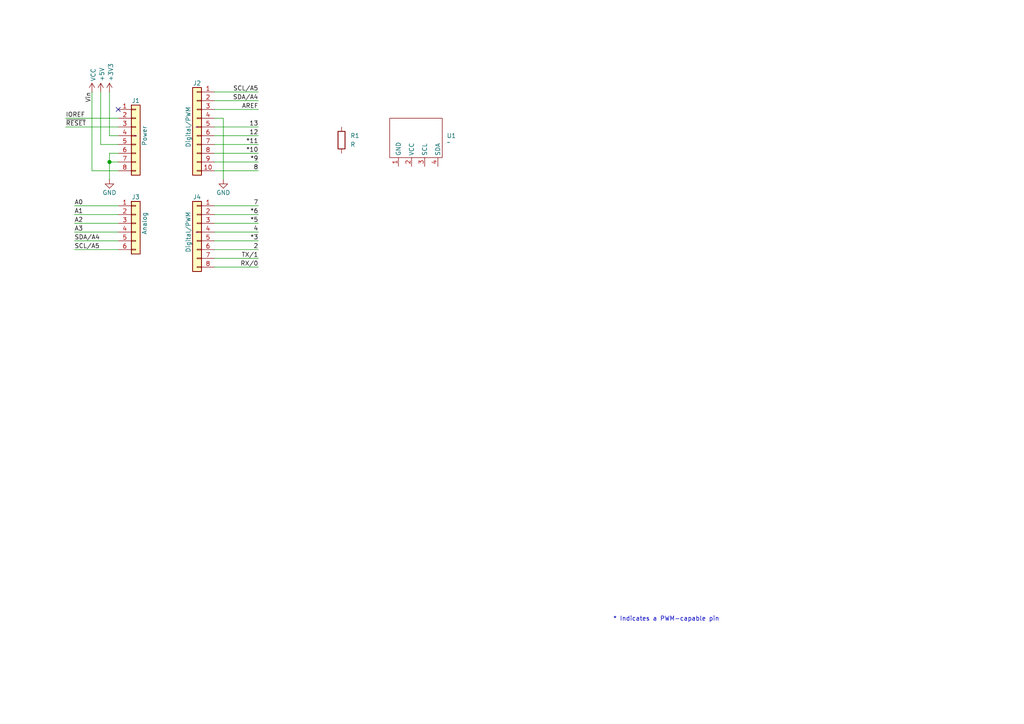
<source format=kicad_sch>
(kicad_sch
	(version 20250114)
	(generator "eeschema")
	(generator_version "9.0")
	(uuid "e63e39d7-6ac0-4ffd-8aa3-1841a4541b55")
	(paper "A4")
	(title_block
		(date "mar. 31 mars 2015")
	)
	(lib_symbols
		(symbol "Connector_Generic:Conn_01x06"
			(pin_names
				(offset 1.016)
				(hide yes)
			)
			(exclude_from_sim no)
			(in_bom yes)
			(on_board yes)
			(property "Reference" "J"
				(at 0 7.62 0)
				(effects
					(font
						(size 1.27 1.27)
					)
				)
			)
			(property "Value" "Conn_01x06"
				(at 0 -10.16 0)
				(effects
					(font
						(size 1.27 1.27)
					)
				)
			)
			(property "Footprint" ""
				(at 0 0 0)
				(effects
					(font
						(size 1.27 1.27)
					)
					(hide yes)
				)
			)
			(property "Datasheet" "~"
				(at 0 0 0)
				(effects
					(font
						(size 1.27 1.27)
					)
					(hide yes)
				)
			)
			(property "Description" "Generic connector, single row, 01x06, script generated (kicad-library-utils/schlib/autogen/connector/)"
				(at 0 0 0)
				(effects
					(font
						(size 1.27 1.27)
					)
					(hide yes)
				)
			)
			(property "ki_keywords" "connector"
				(at 0 0 0)
				(effects
					(font
						(size 1.27 1.27)
					)
					(hide yes)
				)
			)
			(property "ki_fp_filters" "Connector*:*_1x??_*"
				(at 0 0 0)
				(effects
					(font
						(size 1.27 1.27)
					)
					(hide yes)
				)
			)
			(symbol "Conn_01x06_1_1"
				(rectangle
					(start -1.27 6.35)
					(end 1.27 -8.89)
					(stroke
						(width 0.254)
						(type default)
					)
					(fill
						(type background)
					)
				)
				(rectangle
					(start -1.27 5.207)
					(end 0 4.953)
					(stroke
						(width 0.1524)
						(type default)
					)
					(fill
						(type none)
					)
				)
				(rectangle
					(start -1.27 2.667)
					(end 0 2.413)
					(stroke
						(width 0.1524)
						(type default)
					)
					(fill
						(type none)
					)
				)
				(rectangle
					(start -1.27 0.127)
					(end 0 -0.127)
					(stroke
						(width 0.1524)
						(type default)
					)
					(fill
						(type none)
					)
				)
				(rectangle
					(start -1.27 -2.413)
					(end 0 -2.667)
					(stroke
						(width 0.1524)
						(type default)
					)
					(fill
						(type none)
					)
				)
				(rectangle
					(start -1.27 -4.953)
					(end 0 -5.207)
					(stroke
						(width 0.1524)
						(type default)
					)
					(fill
						(type none)
					)
				)
				(rectangle
					(start -1.27 -7.493)
					(end 0 -7.747)
					(stroke
						(width 0.1524)
						(type default)
					)
					(fill
						(type none)
					)
				)
				(pin passive line
					(at -5.08 5.08 0)
					(length 3.81)
					(name "Pin_1"
						(effects
							(font
								(size 1.27 1.27)
							)
						)
					)
					(number "1"
						(effects
							(font
								(size 1.27 1.27)
							)
						)
					)
				)
				(pin passive line
					(at -5.08 2.54 0)
					(length 3.81)
					(name "Pin_2"
						(effects
							(font
								(size 1.27 1.27)
							)
						)
					)
					(number "2"
						(effects
							(font
								(size 1.27 1.27)
							)
						)
					)
				)
				(pin passive line
					(at -5.08 0 0)
					(length 3.81)
					(name "Pin_3"
						(effects
							(font
								(size 1.27 1.27)
							)
						)
					)
					(number "3"
						(effects
							(font
								(size 1.27 1.27)
							)
						)
					)
				)
				(pin passive line
					(at -5.08 -2.54 0)
					(length 3.81)
					(name "Pin_4"
						(effects
							(font
								(size 1.27 1.27)
							)
						)
					)
					(number "4"
						(effects
							(font
								(size 1.27 1.27)
							)
						)
					)
				)
				(pin passive line
					(at -5.08 -5.08 0)
					(length 3.81)
					(name "Pin_5"
						(effects
							(font
								(size 1.27 1.27)
							)
						)
					)
					(number "5"
						(effects
							(font
								(size 1.27 1.27)
							)
						)
					)
				)
				(pin passive line
					(at -5.08 -7.62 0)
					(length 3.81)
					(name "Pin_6"
						(effects
							(font
								(size 1.27 1.27)
							)
						)
					)
					(number "6"
						(effects
							(font
								(size 1.27 1.27)
							)
						)
					)
				)
			)
			(embedded_fonts no)
		)
		(symbol "Connector_Generic:Conn_01x08"
			(pin_names
				(offset 1.016)
				(hide yes)
			)
			(exclude_from_sim no)
			(in_bom yes)
			(on_board yes)
			(property "Reference" "J"
				(at 0 10.16 0)
				(effects
					(font
						(size 1.27 1.27)
					)
				)
			)
			(property "Value" "Conn_01x08"
				(at 0 -12.7 0)
				(effects
					(font
						(size 1.27 1.27)
					)
				)
			)
			(property "Footprint" ""
				(at 0 0 0)
				(effects
					(font
						(size 1.27 1.27)
					)
					(hide yes)
				)
			)
			(property "Datasheet" "~"
				(at 0 0 0)
				(effects
					(font
						(size 1.27 1.27)
					)
					(hide yes)
				)
			)
			(property "Description" "Generic connector, single row, 01x08, script generated (kicad-library-utils/schlib/autogen/connector/)"
				(at 0 0 0)
				(effects
					(font
						(size 1.27 1.27)
					)
					(hide yes)
				)
			)
			(property "ki_keywords" "connector"
				(at 0 0 0)
				(effects
					(font
						(size 1.27 1.27)
					)
					(hide yes)
				)
			)
			(property "ki_fp_filters" "Connector*:*_1x??_*"
				(at 0 0 0)
				(effects
					(font
						(size 1.27 1.27)
					)
					(hide yes)
				)
			)
			(symbol "Conn_01x08_1_1"
				(rectangle
					(start -1.27 8.89)
					(end 1.27 -11.43)
					(stroke
						(width 0.254)
						(type default)
					)
					(fill
						(type background)
					)
				)
				(rectangle
					(start -1.27 7.747)
					(end 0 7.493)
					(stroke
						(width 0.1524)
						(type default)
					)
					(fill
						(type none)
					)
				)
				(rectangle
					(start -1.27 5.207)
					(end 0 4.953)
					(stroke
						(width 0.1524)
						(type default)
					)
					(fill
						(type none)
					)
				)
				(rectangle
					(start -1.27 2.667)
					(end 0 2.413)
					(stroke
						(width 0.1524)
						(type default)
					)
					(fill
						(type none)
					)
				)
				(rectangle
					(start -1.27 0.127)
					(end 0 -0.127)
					(stroke
						(width 0.1524)
						(type default)
					)
					(fill
						(type none)
					)
				)
				(rectangle
					(start -1.27 -2.413)
					(end 0 -2.667)
					(stroke
						(width 0.1524)
						(type default)
					)
					(fill
						(type none)
					)
				)
				(rectangle
					(start -1.27 -4.953)
					(end 0 -5.207)
					(stroke
						(width 0.1524)
						(type default)
					)
					(fill
						(type none)
					)
				)
				(rectangle
					(start -1.27 -7.493)
					(end 0 -7.747)
					(stroke
						(width 0.1524)
						(type default)
					)
					(fill
						(type none)
					)
				)
				(rectangle
					(start -1.27 -10.033)
					(end 0 -10.287)
					(stroke
						(width 0.1524)
						(type default)
					)
					(fill
						(type none)
					)
				)
				(pin passive line
					(at -5.08 7.62 0)
					(length 3.81)
					(name "Pin_1"
						(effects
							(font
								(size 1.27 1.27)
							)
						)
					)
					(number "1"
						(effects
							(font
								(size 1.27 1.27)
							)
						)
					)
				)
				(pin passive line
					(at -5.08 5.08 0)
					(length 3.81)
					(name "Pin_2"
						(effects
							(font
								(size 1.27 1.27)
							)
						)
					)
					(number "2"
						(effects
							(font
								(size 1.27 1.27)
							)
						)
					)
				)
				(pin passive line
					(at -5.08 2.54 0)
					(length 3.81)
					(name "Pin_3"
						(effects
							(font
								(size 1.27 1.27)
							)
						)
					)
					(number "3"
						(effects
							(font
								(size 1.27 1.27)
							)
						)
					)
				)
				(pin passive line
					(at -5.08 0 0)
					(length 3.81)
					(name "Pin_4"
						(effects
							(font
								(size 1.27 1.27)
							)
						)
					)
					(number "4"
						(effects
							(font
								(size 1.27 1.27)
							)
						)
					)
				)
				(pin passive line
					(at -5.08 -2.54 0)
					(length 3.81)
					(name "Pin_5"
						(effects
							(font
								(size 1.27 1.27)
							)
						)
					)
					(number "5"
						(effects
							(font
								(size 1.27 1.27)
							)
						)
					)
				)
				(pin passive line
					(at -5.08 -5.08 0)
					(length 3.81)
					(name "Pin_6"
						(effects
							(font
								(size 1.27 1.27)
							)
						)
					)
					(number "6"
						(effects
							(font
								(size 1.27 1.27)
							)
						)
					)
				)
				(pin passive line
					(at -5.08 -7.62 0)
					(length 3.81)
					(name "Pin_7"
						(effects
							(font
								(size 1.27 1.27)
							)
						)
					)
					(number "7"
						(effects
							(font
								(size 1.27 1.27)
							)
						)
					)
				)
				(pin passive line
					(at -5.08 -10.16 0)
					(length 3.81)
					(name "Pin_8"
						(effects
							(font
								(size 1.27 1.27)
							)
						)
					)
					(number "8"
						(effects
							(font
								(size 1.27 1.27)
							)
						)
					)
				)
			)
			(embedded_fonts no)
		)
		(symbol "Connector_Generic:Conn_01x10"
			(pin_names
				(offset 1.016)
				(hide yes)
			)
			(exclude_from_sim no)
			(in_bom yes)
			(on_board yes)
			(property "Reference" "J"
				(at 0 12.7 0)
				(effects
					(font
						(size 1.27 1.27)
					)
				)
			)
			(property "Value" "Conn_01x10"
				(at 0 -15.24 0)
				(effects
					(font
						(size 1.27 1.27)
					)
				)
			)
			(property "Footprint" ""
				(at 0 0 0)
				(effects
					(font
						(size 1.27 1.27)
					)
					(hide yes)
				)
			)
			(property "Datasheet" "~"
				(at 0 0 0)
				(effects
					(font
						(size 1.27 1.27)
					)
					(hide yes)
				)
			)
			(property "Description" "Generic connector, single row, 01x10, script generated (kicad-library-utils/schlib/autogen/connector/)"
				(at 0 0 0)
				(effects
					(font
						(size 1.27 1.27)
					)
					(hide yes)
				)
			)
			(property "ki_keywords" "connector"
				(at 0 0 0)
				(effects
					(font
						(size 1.27 1.27)
					)
					(hide yes)
				)
			)
			(property "ki_fp_filters" "Connector*:*_1x??_*"
				(at 0 0 0)
				(effects
					(font
						(size 1.27 1.27)
					)
					(hide yes)
				)
			)
			(symbol "Conn_01x10_1_1"
				(rectangle
					(start -1.27 11.43)
					(end 1.27 -13.97)
					(stroke
						(width 0.254)
						(type default)
					)
					(fill
						(type background)
					)
				)
				(rectangle
					(start -1.27 10.287)
					(end 0 10.033)
					(stroke
						(width 0.1524)
						(type default)
					)
					(fill
						(type none)
					)
				)
				(rectangle
					(start -1.27 7.747)
					(end 0 7.493)
					(stroke
						(width 0.1524)
						(type default)
					)
					(fill
						(type none)
					)
				)
				(rectangle
					(start -1.27 5.207)
					(end 0 4.953)
					(stroke
						(width 0.1524)
						(type default)
					)
					(fill
						(type none)
					)
				)
				(rectangle
					(start -1.27 2.667)
					(end 0 2.413)
					(stroke
						(width 0.1524)
						(type default)
					)
					(fill
						(type none)
					)
				)
				(rectangle
					(start -1.27 0.127)
					(end 0 -0.127)
					(stroke
						(width 0.1524)
						(type default)
					)
					(fill
						(type none)
					)
				)
				(rectangle
					(start -1.27 -2.413)
					(end 0 -2.667)
					(stroke
						(width 0.1524)
						(type default)
					)
					(fill
						(type none)
					)
				)
				(rectangle
					(start -1.27 -4.953)
					(end 0 -5.207)
					(stroke
						(width 0.1524)
						(type default)
					)
					(fill
						(type none)
					)
				)
				(rectangle
					(start -1.27 -7.493)
					(end 0 -7.747)
					(stroke
						(width 0.1524)
						(type default)
					)
					(fill
						(type none)
					)
				)
				(rectangle
					(start -1.27 -10.033)
					(end 0 -10.287)
					(stroke
						(width 0.1524)
						(type default)
					)
					(fill
						(type none)
					)
				)
				(rectangle
					(start -1.27 -12.573)
					(end 0 -12.827)
					(stroke
						(width 0.1524)
						(type default)
					)
					(fill
						(type none)
					)
				)
				(pin passive line
					(at -5.08 10.16 0)
					(length 3.81)
					(name "Pin_1"
						(effects
							(font
								(size 1.27 1.27)
							)
						)
					)
					(number "1"
						(effects
							(font
								(size 1.27 1.27)
							)
						)
					)
				)
				(pin passive line
					(at -5.08 7.62 0)
					(length 3.81)
					(name "Pin_2"
						(effects
							(font
								(size 1.27 1.27)
							)
						)
					)
					(number "2"
						(effects
							(font
								(size 1.27 1.27)
							)
						)
					)
				)
				(pin passive line
					(at -5.08 5.08 0)
					(length 3.81)
					(name "Pin_3"
						(effects
							(font
								(size 1.27 1.27)
							)
						)
					)
					(number "3"
						(effects
							(font
								(size 1.27 1.27)
							)
						)
					)
				)
				(pin passive line
					(at -5.08 2.54 0)
					(length 3.81)
					(name "Pin_4"
						(effects
							(font
								(size 1.27 1.27)
							)
						)
					)
					(number "4"
						(effects
							(font
								(size 1.27 1.27)
							)
						)
					)
				)
				(pin passive line
					(at -5.08 0 0)
					(length 3.81)
					(name "Pin_5"
						(effects
							(font
								(size 1.27 1.27)
							)
						)
					)
					(number "5"
						(effects
							(font
								(size 1.27 1.27)
							)
						)
					)
				)
				(pin passive line
					(at -5.08 -2.54 0)
					(length 3.81)
					(name "Pin_6"
						(effects
							(font
								(size 1.27 1.27)
							)
						)
					)
					(number "6"
						(effects
							(font
								(size 1.27 1.27)
							)
						)
					)
				)
				(pin passive line
					(at -5.08 -5.08 0)
					(length 3.81)
					(name "Pin_7"
						(effects
							(font
								(size 1.27 1.27)
							)
						)
					)
					(number "7"
						(effects
							(font
								(size 1.27 1.27)
							)
						)
					)
				)
				(pin passive line
					(at -5.08 -7.62 0)
					(length 3.81)
					(name "Pin_8"
						(effects
							(font
								(size 1.27 1.27)
							)
						)
					)
					(number "8"
						(effects
							(font
								(size 1.27 1.27)
							)
						)
					)
				)
				(pin passive line
					(at -5.08 -10.16 0)
					(length 3.81)
					(name "Pin_9"
						(effects
							(font
								(size 1.27 1.27)
							)
						)
					)
					(number "9"
						(effects
							(font
								(size 1.27 1.27)
							)
						)
					)
				)
				(pin passive line
					(at -5.08 -12.7 0)
					(length 3.81)
					(name "Pin_10"
						(effects
							(font
								(size 1.27 1.27)
							)
						)
					)
					(number "10"
						(effects
							(font
								(size 1.27 1.27)
							)
						)
					)
				)
			)
			(embedded_fonts no)
		)
		(symbol "Device:R"
			(pin_numbers
				(hide yes)
			)
			(pin_names
				(offset 0)
			)
			(exclude_from_sim no)
			(in_bom yes)
			(on_board yes)
			(property "Reference" "R"
				(at 2.032 0 90)
				(effects
					(font
						(size 1.27 1.27)
					)
				)
			)
			(property "Value" "R"
				(at 0 0 90)
				(effects
					(font
						(size 1.27 1.27)
					)
				)
			)
			(property "Footprint" ""
				(at -1.778 0 90)
				(effects
					(font
						(size 1.27 1.27)
					)
					(hide yes)
				)
			)
			(property "Datasheet" "~"
				(at 0 0 0)
				(effects
					(font
						(size 1.27 1.27)
					)
					(hide yes)
				)
			)
			(property "Description" "Resistor"
				(at 0 0 0)
				(effects
					(font
						(size 1.27 1.27)
					)
					(hide yes)
				)
			)
			(property "ki_keywords" "R res resistor"
				(at 0 0 0)
				(effects
					(font
						(size 1.27 1.27)
					)
					(hide yes)
				)
			)
			(property "ki_fp_filters" "R_*"
				(at 0 0 0)
				(effects
					(font
						(size 1.27 1.27)
					)
					(hide yes)
				)
			)
			(symbol "R_0_1"
				(rectangle
					(start -1.016 -2.54)
					(end 1.016 2.54)
					(stroke
						(width 0.254)
						(type default)
					)
					(fill
						(type none)
					)
				)
			)
			(symbol "R_1_1"
				(pin passive line
					(at 0 3.81 270)
					(length 1.27)
					(name "~"
						(effects
							(font
								(size 1.27 1.27)
							)
						)
					)
					(number "1"
						(effects
							(font
								(size 1.27 1.27)
							)
						)
					)
				)
				(pin passive line
					(at 0 -3.81 90)
					(length 1.27)
					(name "~"
						(effects
							(font
								(size 1.27 1.27)
							)
						)
					)
					(number "2"
						(effects
							(font
								(size 1.27 1.27)
							)
						)
					)
				)
			)
			(embedded_fonts no)
		)
		(symbol "Ma librairie graphique:OLED_"
			(exclude_from_sim no)
			(in_bom yes)
			(on_board yes)
			(property "Reference" "U"
				(at 0 0 0)
				(effects
					(font
						(size 1.27 1.27)
					)
				)
			)
			(property "Value" ""
				(at 0 0 0)
				(effects
					(font
						(size 1.27 1.27)
					)
				)
			)
			(property "Footprint" ""
				(at 0 0 0)
				(effects
					(font
						(size 1.27 1.27)
					)
					(hide yes)
				)
			)
			(property "Datasheet" ""
				(at 0 0 0)
				(effects
					(font
						(size 1.27 1.27)
					)
					(hide yes)
				)
			)
			(property "Description" ""
				(at 0 0 0)
				(effects
					(font
						(size 1.27 1.27)
					)
					(hide yes)
				)
			)
			(symbol "OLED__0_1"
				(rectangle
					(start -7.62 5.08)
					(end -7.62 5.08)
					(stroke
						(width 0)
						(type default)
					)
					(fill
						(type none)
					)
				)
				(rectangle
					(start -7.62 5.08)
					(end 7.62 -6.35)
					(stroke
						(width 0)
						(type default)
					)
					(fill
						(type none)
					)
				)
			)
			(symbol "OLED__1_1"
				(pin input line
					(at -5.08 -8.89 90)
					(length 2.54)
					(name "GND"
						(effects
							(font
								(size 1.27 1.27)
							)
						)
					)
					(number "1"
						(effects
							(font
								(size 1.27 1.27)
							)
						)
					)
				)
				(pin input line
					(at -1.27 -8.89 90)
					(length 2.54)
					(name "VCC"
						(effects
							(font
								(size 1.27 1.27)
							)
						)
					)
					(number "2"
						(effects
							(font
								(size 1.27 1.27)
							)
						)
					)
				)
				(pin input line
					(at 2.54 -8.89 90)
					(length 2.54)
					(name "SCL"
						(effects
							(font
								(size 1.27 1.27)
							)
						)
					)
					(number "3"
						(effects
							(font
								(size 1.27 1.27)
							)
						)
					)
				)
				(pin input line
					(at 6.35 -8.89 90)
					(length 2.54)
					(name "SDA"
						(effects
							(font
								(size 1.27 1.27)
							)
						)
					)
					(number "4"
						(effects
							(font
								(size 1.27 1.27)
							)
						)
					)
				)
			)
			(embedded_fonts no)
		)
		(symbol "power:+3V3"
			(power)
			(pin_numbers
				(hide yes)
			)
			(pin_names
				(offset 0)
				(hide yes)
			)
			(exclude_from_sim no)
			(in_bom yes)
			(on_board yes)
			(property "Reference" "#PWR"
				(at 0 -3.81 0)
				(effects
					(font
						(size 1.27 1.27)
					)
					(hide yes)
				)
			)
			(property "Value" "+3V3"
				(at 0 3.556 0)
				(effects
					(font
						(size 1.27 1.27)
					)
				)
			)
			(property "Footprint" ""
				(at 0 0 0)
				(effects
					(font
						(size 1.27 1.27)
					)
					(hide yes)
				)
			)
			(property "Datasheet" ""
				(at 0 0 0)
				(effects
					(font
						(size 1.27 1.27)
					)
					(hide yes)
				)
			)
			(property "Description" "Power symbol creates a global label with name \"+3V3\""
				(at 0 0 0)
				(effects
					(font
						(size 1.27 1.27)
					)
					(hide yes)
				)
			)
			(property "ki_keywords" "global power"
				(at 0 0 0)
				(effects
					(font
						(size 1.27 1.27)
					)
					(hide yes)
				)
			)
			(symbol "+3V3_0_1"
				(polyline
					(pts
						(xy -0.762 1.27) (xy 0 2.54)
					)
					(stroke
						(width 0)
						(type default)
					)
					(fill
						(type none)
					)
				)
				(polyline
					(pts
						(xy 0 2.54) (xy 0.762 1.27)
					)
					(stroke
						(width 0)
						(type default)
					)
					(fill
						(type none)
					)
				)
				(polyline
					(pts
						(xy 0 0) (xy 0 2.54)
					)
					(stroke
						(width 0)
						(type default)
					)
					(fill
						(type none)
					)
				)
			)
			(symbol "+3V3_1_1"
				(pin power_in line
					(at 0 0 90)
					(length 0)
					(name "~"
						(effects
							(font
								(size 1.27 1.27)
							)
						)
					)
					(number "1"
						(effects
							(font
								(size 1.27 1.27)
							)
						)
					)
				)
			)
			(embedded_fonts no)
		)
		(symbol "power:+5V"
			(power)
			(pin_numbers
				(hide yes)
			)
			(pin_names
				(offset 0)
				(hide yes)
			)
			(exclude_from_sim no)
			(in_bom yes)
			(on_board yes)
			(property "Reference" "#PWR"
				(at 0 -3.81 0)
				(effects
					(font
						(size 1.27 1.27)
					)
					(hide yes)
				)
			)
			(property "Value" "+5V"
				(at 0 3.556 0)
				(effects
					(font
						(size 1.27 1.27)
					)
				)
			)
			(property "Footprint" ""
				(at 0 0 0)
				(effects
					(font
						(size 1.27 1.27)
					)
					(hide yes)
				)
			)
			(property "Datasheet" ""
				(at 0 0 0)
				(effects
					(font
						(size 1.27 1.27)
					)
					(hide yes)
				)
			)
			(property "Description" "Power symbol creates a global label with name \"+5V\""
				(at 0 0 0)
				(effects
					(font
						(size 1.27 1.27)
					)
					(hide yes)
				)
			)
			(property "ki_keywords" "global power"
				(at 0 0 0)
				(effects
					(font
						(size 1.27 1.27)
					)
					(hide yes)
				)
			)
			(symbol "+5V_0_1"
				(polyline
					(pts
						(xy -0.762 1.27) (xy 0 2.54)
					)
					(stroke
						(width 0)
						(type default)
					)
					(fill
						(type none)
					)
				)
				(polyline
					(pts
						(xy 0 2.54) (xy 0.762 1.27)
					)
					(stroke
						(width 0)
						(type default)
					)
					(fill
						(type none)
					)
				)
				(polyline
					(pts
						(xy 0 0) (xy 0 2.54)
					)
					(stroke
						(width 0)
						(type default)
					)
					(fill
						(type none)
					)
				)
			)
			(symbol "+5V_1_1"
				(pin power_in line
					(at 0 0 90)
					(length 0)
					(name "~"
						(effects
							(font
								(size 1.27 1.27)
							)
						)
					)
					(number "1"
						(effects
							(font
								(size 1.27 1.27)
							)
						)
					)
				)
			)
			(embedded_fonts no)
		)
		(symbol "power:GND"
			(power)
			(pin_numbers
				(hide yes)
			)
			(pin_names
				(offset 0)
				(hide yes)
			)
			(exclude_from_sim no)
			(in_bom yes)
			(on_board yes)
			(property "Reference" "#PWR"
				(at 0 -6.35 0)
				(effects
					(font
						(size 1.27 1.27)
					)
					(hide yes)
				)
			)
			(property "Value" "GND"
				(at 0 -3.81 0)
				(effects
					(font
						(size 1.27 1.27)
					)
				)
			)
			(property "Footprint" ""
				(at 0 0 0)
				(effects
					(font
						(size 1.27 1.27)
					)
					(hide yes)
				)
			)
			(property "Datasheet" ""
				(at 0 0 0)
				(effects
					(font
						(size 1.27 1.27)
					)
					(hide yes)
				)
			)
			(property "Description" "Power symbol creates a global label with name \"GND\" , ground"
				(at 0 0 0)
				(effects
					(font
						(size 1.27 1.27)
					)
					(hide yes)
				)
			)
			(property "ki_keywords" "global power"
				(at 0 0 0)
				(effects
					(font
						(size 1.27 1.27)
					)
					(hide yes)
				)
			)
			(symbol "GND_0_1"
				(polyline
					(pts
						(xy 0 0) (xy 0 -1.27) (xy 1.27 -1.27) (xy 0 -2.54) (xy -1.27 -1.27) (xy 0 -1.27)
					)
					(stroke
						(width 0)
						(type default)
					)
					(fill
						(type none)
					)
				)
			)
			(symbol "GND_1_1"
				(pin power_in line
					(at 0 0 270)
					(length 0)
					(name "~"
						(effects
							(font
								(size 1.27 1.27)
							)
						)
					)
					(number "1"
						(effects
							(font
								(size 1.27 1.27)
							)
						)
					)
				)
			)
			(embedded_fonts no)
		)
		(symbol "power:VCC"
			(power)
			(pin_numbers
				(hide yes)
			)
			(pin_names
				(offset 0)
				(hide yes)
			)
			(exclude_from_sim no)
			(in_bom yes)
			(on_board yes)
			(property "Reference" "#PWR"
				(at 0 -3.81 0)
				(effects
					(font
						(size 1.27 1.27)
					)
					(hide yes)
				)
			)
			(property "Value" "VCC"
				(at 0 3.556 0)
				(effects
					(font
						(size 1.27 1.27)
					)
				)
			)
			(property "Footprint" ""
				(at 0 0 0)
				(effects
					(font
						(size 1.27 1.27)
					)
					(hide yes)
				)
			)
			(property "Datasheet" ""
				(at 0 0 0)
				(effects
					(font
						(size 1.27 1.27)
					)
					(hide yes)
				)
			)
			(property "Description" "Power symbol creates a global label with name \"VCC\""
				(at 0 0 0)
				(effects
					(font
						(size 1.27 1.27)
					)
					(hide yes)
				)
			)
			(property "ki_keywords" "global power"
				(at 0 0 0)
				(effects
					(font
						(size 1.27 1.27)
					)
					(hide yes)
				)
			)
			(symbol "VCC_0_1"
				(polyline
					(pts
						(xy -0.762 1.27) (xy 0 2.54)
					)
					(stroke
						(width 0)
						(type default)
					)
					(fill
						(type none)
					)
				)
				(polyline
					(pts
						(xy 0 2.54) (xy 0.762 1.27)
					)
					(stroke
						(width 0)
						(type default)
					)
					(fill
						(type none)
					)
				)
				(polyline
					(pts
						(xy 0 0) (xy 0 2.54)
					)
					(stroke
						(width 0)
						(type default)
					)
					(fill
						(type none)
					)
				)
			)
			(symbol "VCC_1_1"
				(pin power_in line
					(at 0 0 90)
					(length 0)
					(name "~"
						(effects
							(font
								(size 1.27 1.27)
							)
						)
					)
					(number "1"
						(effects
							(font
								(size 1.27 1.27)
							)
						)
					)
				)
			)
			(embedded_fonts no)
		)
	)
	(text "* Indicates a PWM-capable pin"
		(exclude_from_sim no)
		(at 177.8 180.34 0)
		(effects
			(font
				(size 1.27 1.27)
			)
			(justify left bottom)
		)
		(uuid "c364973a-9a67-4667-8185-a3a5c6c6cbdf")
	)
	(junction
		(at 31.75 46.99)
		(diameter 1.016)
		(color 0 0 0 0)
		(uuid "3dcc657b-55a1-48e0-9667-e01e7b6b08b5")
	)
	(no_connect
		(at 34.29 31.75)
		(uuid "d181157c-7812-47e5-a0cf-9580c905fc86")
	)
	(wire
		(pts
			(xy 62.23 77.47) (xy 74.93 77.47)
		)
		(stroke
			(width 0)
			(type solid)
		)
		(uuid "010ba307-2067-49d3-b0fa-6414143f3fc2")
	)
	(wire
		(pts
			(xy 62.23 44.45) (xy 74.93 44.45)
		)
		(stroke
			(width 0)
			(type solid)
		)
		(uuid "09480ba4-37da-45e3-b9fe-6beebf876349")
	)
	(wire
		(pts
			(xy 62.23 26.67) (xy 74.93 26.67)
		)
		(stroke
			(width 0)
			(type solid)
		)
		(uuid "0f5d2189-4ead-42fa-8f7a-cfa3af4de132")
	)
	(wire
		(pts
			(xy 31.75 44.45) (xy 31.75 46.99)
		)
		(stroke
			(width 0)
			(type solid)
		)
		(uuid "1c31b835-925f-4a5c-92df-8f2558bb711b")
	)
	(wire
		(pts
			(xy 21.59 72.39) (xy 34.29 72.39)
		)
		(stroke
			(width 0)
			(type solid)
		)
		(uuid "20854542-d0b0-4be7-af02-0e5fceb34e01")
	)
	(wire
		(pts
			(xy 31.75 46.99) (xy 31.75 52.07)
		)
		(stroke
			(width 0)
			(type solid)
		)
		(uuid "2df788b2-ce68-49bc-a497-4b6570a17f30")
	)
	(wire
		(pts
			(xy 31.75 39.37) (xy 34.29 39.37)
		)
		(stroke
			(width 0)
			(type solid)
		)
		(uuid "3334b11d-5a13-40b4-a117-d693c543e4ab")
	)
	(wire
		(pts
			(xy 29.21 41.91) (xy 34.29 41.91)
		)
		(stroke
			(width 0)
			(type solid)
		)
		(uuid "3661f80c-fef8-4441-83be-df8930b3b45e")
	)
	(wire
		(pts
			(xy 29.21 26.67) (xy 29.21 41.91)
		)
		(stroke
			(width 0)
			(type solid)
		)
		(uuid "392bf1f6-bf67-427d-8d4c-0a87cb757556")
	)
	(wire
		(pts
			(xy 62.23 36.83) (xy 74.93 36.83)
		)
		(stroke
			(width 0)
			(type solid)
		)
		(uuid "4227fa6f-c399-4f14-8228-23e39d2b7e7d")
	)
	(wire
		(pts
			(xy 31.75 26.67) (xy 31.75 39.37)
		)
		(stroke
			(width 0)
			(type solid)
		)
		(uuid "442fb4de-4d55-45de-bc27-3e6222ceb890")
	)
	(wire
		(pts
			(xy 62.23 59.69) (xy 74.93 59.69)
		)
		(stroke
			(width 0)
			(type solid)
		)
		(uuid "4455ee2e-5642-42c1-a83b-f7e65fa0c2f1")
	)
	(wire
		(pts
			(xy 34.29 59.69) (xy 21.59 59.69)
		)
		(stroke
			(width 0)
			(type solid)
		)
		(uuid "486ca832-85f4-4989-b0f4-569faf9be534")
	)
	(wire
		(pts
			(xy 62.23 39.37) (xy 74.93 39.37)
		)
		(stroke
			(width 0)
			(type solid)
		)
		(uuid "4a910b57-a5cd-4105-ab4f-bde2a80d4f00")
	)
	(wire
		(pts
			(xy 62.23 62.23) (xy 74.93 62.23)
		)
		(stroke
			(width 0)
			(type solid)
		)
		(uuid "4e60e1af-19bd-45a0-b418-b7030b594dde")
	)
	(wire
		(pts
			(xy 62.23 46.99) (xy 74.93 46.99)
		)
		(stroke
			(width 0)
			(type solid)
		)
		(uuid "63f2b71b-521b-4210-bf06-ed65e330fccc")
	)
	(wire
		(pts
			(xy 62.23 67.31) (xy 74.93 67.31)
		)
		(stroke
			(width 0)
			(type solid)
		)
		(uuid "6bb3ea5f-9e60-4add-9d97-244be2cf61d2")
	)
	(wire
		(pts
			(xy 19.05 34.29) (xy 34.29 34.29)
		)
		(stroke
			(width 0)
			(type solid)
		)
		(uuid "73d4774c-1387-4550-b580-a1cc0ac89b89")
	)
	(wire
		(pts
			(xy 64.77 34.29) (xy 64.77 52.07)
		)
		(stroke
			(width 0)
			(type solid)
		)
		(uuid "84ce350c-b0c1-4e69-9ab2-f7ec7b8bb312")
	)
	(wire
		(pts
			(xy 62.23 31.75) (xy 74.93 31.75)
		)
		(stroke
			(width 0)
			(type solid)
		)
		(uuid "8a3d35a2-f0f6-4dec-a606-7c8e288ca828")
	)
	(wire
		(pts
			(xy 34.29 64.77) (xy 21.59 64.77)
		)
		(stroke
			(width 0)
			(type solid)
		)
		(uuid "9377eb1a-3b12-438c-8ebd-f86ace1e8d25")
	)
	(wire
		(pts
			(xy 19.05 36.83) (xy 34.29 36.83)
		)
		(stroke
			(width 0)
			(type solid)
		)
		(uuid "93e52853-9d1e-4afe-aee8-b825ab9f5d09")
	)
	(wire
		(pts
			(xy 34.29 46.99) (xy 31.75 46.99)
		)
		(stroke
			(width 0)
			(type solid)
		)
		(uuid "97df9ac9-dbb8-472e-b84f-3684d0eb5efc")
	)
	(wire
		(pts
			(xy 34.29 49.53) (xy 26.67 49.53)
		)
		(stroke
			(width 0)
			(type solid)
		)
		(uuid "a7518f9d-05df-4211-ba17-5d615f04ec46")
	)
	(wire
		(pts
			(xy 21.59 62.23) (xy 34.29 62.23)
		)
		(stroke
			(width 0)
			(type solid)
		)
		(uuid "aab97e46-23d6-4cbf-8684-537b94306d68")
	)
	(wire
		(pts
			(xy 62.23 34.29) (xy 64.77 34.29)
		)
		(stroke
			(width 0)
			(type solid)
		)
		(uuid "bcbc7302-8a54-4b9b-98b9-f277f1b20941")
	)
	(wire
		(pts
			(xy 34.29 44.45) (xy 31.75 44.45)
		)
		(stroke
			(width 0)
			(type solid)
		)
		(uuid "c12796ad-cf20-466f-9ab3-9cf441392c32")
	)
	(wire
		(pts
			(xy 62.23 41.91) (xy 74.93 41.91)
		)
		(stroke
			(width 0)
			(type solid)
		)
		(uuid "c722a1ff-12f1-49e5-88a4-44ffeb509ca2")
	)
	(wire
		(pts
			(xy 62.23 64.77) (xy 74.93 64.77)
		)
		(stroke
			(width 0)
			(type solid)
		)
		(uuid "cfe99980-2d98-4372-b495-04c53027340b")
	)
	(wire
		(pts
			(xy 21.59 67.31) (xy 34.29 67.31)
		)
		(stroke
			(width 0)
			(type solid)
		)
		(uuid "d3042136-2605-44b2-aebb-5484a9c90933")
	)
	(wire
		(pts
			(xy 62.23 29.21) (xy 74.93 29.21)
		)
		(stroke
			(width 0)
			(type solid)
		)
		(uuid "e7278977-132b-4777-9eb4-7d93363a4379")
	)
	(wire
		(pts
			(xy 62.23 72.39) (xy 74.93 72.39)
		)
		(stroke
			(width 0)
			(type solid)
		)
		(uuid "e9bdd59b-3252-4c44-a357-6fa1af0c210c")
	)
	(wire
		(pts
			(xy 62.23 69.85) (xy 74.93 69.85)
		)
		(stroke
			(width 0)
			(type solid)
		)
		(uuid "ec76dcc9-9949-4dda-bd76-046204829cb4")
	)
	(wire
		(pts
			(xy 62.23 74.93) (xy 74.93 74.93)
		)
		(stroke
			(width 0)
			(type solid)
		)
		(uuid "f853d1d4-c722-44df-98bf-4a6114204628")
	)
	(wire
		(pts
			(xy 26.67 49.53) (xy 26.67 26.67)
		)
		(stroke
			(width 0)
			(type solid)
		)
		(uuid "f8de70cd-e47d-4e80-8f3a-077e9df93aa8")
	)
	(wire
		(pts
			(xy 34.29 69.85) (xy 21.59 69.85)
		)
		(stroke
			(width 0)
			(type solid)
		)
		(uuid "fc39c32d-65b8-4d16-9db5-de89c54a1206")
	)
	(wire
		(pts
			(xy 62.23 49.53) (xy 74.93 49.53)
		)
		(stroke
			(width 0)
			(type solid)
		)
		(uuid "fe837306-92d0-4847-ad21-76c47ae932d1")
	)
	(label "RX{slash}0"
		(at 74.93 77.47 180)
		(effects
			(font
				(size 1.27 1.27)
			)
			(justify right bottom)
		)
		(uuid "01ea9310-cf66-436b-9b89-1a2f4237b59e")
	)
	(label "A2"
		(at 21.59 64.77 0)
		(effects
			(font
				(size 1.27 1.27)
			)
			(justify left bottom)
		)
		(uuid "09251fd4-af37-4d86-8951-1faaac710ffa")
	)
	(label "4"
		(at 74.93 67.31 180)
		(effects
			(font
				(size 1.27 1.27)
			)
			(justify right bottom)
		)
		(uuid "0d8cfe6d-11bf-42b9-9752-f9a5a76bce7e")
	)
	(label "2"
		(at 74.93 72.39 180)
		(effects
			(font
				(size 1.27 1.27)
			)
			(justify right bottom)
		)
		(uuid "23f0c933-49f0-4410-a8db-8b017f48dadc")
	)
	(label "A3"
		(at 21.59 67.31 0)
		(effects
			(font
				(size 1.27 1.27)
			)
			(justify left bottom)
		)
		(uuid "2c60ab74-0590-423b-8921-6f3212a358d2")
	)
	(label "13"
		(at 74.93 36.83 180)
		(effects
			(font
				(size 1.27 1.27)
			)
			(justify right bottom)
		)
		(uuid "35bc5b35-b7b2-44d5-bbed-557f428649b2")
	)
	(label "12"
		(at 74.93 39.37 180)
		(effects
			(font
				(size 1.27 1.27)
			)
			(justify right bottom)
		)
		(uuid "3ffaa3b1-1d78-4c7b-bdf9-f1a8019c92fd")
	)
	(label "~{RESET}"
		(at 19.05 36.83 0)
		(effects
			(font
				(size 1.27 1.27)
			)
			(justify left bottom)
		)
		(uuid "49585dba-cfa7-4813-841e-9d900d43ecf4")
	)
	(label "*10"
		(at 74.93 44.45 180)
		(effects
			(font
				(size 1.27 1.27)
			)
			(justify right bottom)
		)
		(uuid "54be04e4-fffa-4f7f-8a5f-d0de81314e8f")
	)
	(label "7"
		(at 74.93 59.69 180)
		(effects
			(font
				(size 1.27 1.27)
			)
			(justify right bottom)
		)
		(uuid "873d2c88-519e-482f-a3ed-2484e5f9417e")
	)
	(label "SDA{slash}A4"
		(at 74.93 29.21 180)
		(effects
			(font
				(size 1.27 1.27)
			)
			(justify right bottom)
		)
		(uuid "8885a9dc-224d-44c5-8601-05c1d9983e09")
	)
	(label "8"
		(at 74.93 49.53 180)
		(effects
			(font
				(size 1.27 1.27)
			)
			(justify right bottom)
		)
		(uuid "89b0e564-e7aa-4224-80c9-3f0614fede8f")
	)
	(label "*11"
		(at 74.93 41.91 180)
		(effects
			(font
				(size 1.27 1.27)
			)
			(justify right bottom)
		)
		(uuid "9ad5a781-2469-4c8f-8abf-a1c3586f7cb7")
	)
	(label "*3"
		(at 74.93 69.85 180)
		(effects
			(font
				(size 1.27 1.27)
			)
			(justify right bottom)
		)
		(uuid "9cccf5f9-68a4-4e61-b418-6185dd6a5f9a")
	)
	(label "A1"
		(at 21.59 62.23 0)
		(effects
			(font
				(size 1.27 1.27)
			)
			(justify left bottom)
		)
		(uuid "acc9991b-1bdd-4544-9a08-4037937485cb")
	)
	(label "TX{slash}1"
		(at 74.93 74.93 180)
		(effects
			(font
				(size 1.27 1.27)
			)
			(justify right bottom)
		)
		(uuid "ae2c9582-b445-44bd-b371-7fc74f6cf852")
	)
	(label "A0"
		(at 21.59 59.69 0)
		(effects
			(font
				(size 1.27 1.27)
			)
			(justify left bottom)
		)
		(uuid "ba02dc27-26a3-4648-b0aa-06b6dcaf001f")
	)
	(label "AREF"
		(at 74.93 31.75 180)
		(effects
			(font
				(size 1.27 1.27)
			)
			(justify right bottom)
		)
		(uuid "bbf52cf8-6d97-4499-a9ee-3657cebcdabf")
	)
	(label "Vin"
		(at 26.67 26.67 270)
		(effects
			(font
				(size 1.27 1.27)
			)
			(justify right bottom)
		)
		(uuid "c348793d-eec0-4f33-9b91-2cae8b4224a4")
	)
	(label "*6"
		(at 74.93 62.23 180)
		(effects
			(font
				(size 1.27 1.27)
			)
			(justify right bottom)
		)
		(uuid "c775d4e8-c37b-4e73-90c1-1c8d36333aac")
	)
	(label "SCL{slash}A5"
		(at 74.93 26.67 180)
		(effects
			(font
				(size 1.27 1.27)
			)
			(justify right bottom)
		)
		(uuid "cba886fc-172a-42fe-8e4c-daace6eaef8e")
	)
	(label "*9"
		(at 74.93 46.99 180)
		(effects
			(font
				(size 1.27 1.27)
			)
			(justify right bottom)
		)
		(uuid "ccb58899-a82d-403c-b30b-ee351d622e9c")
	)
	(label "*5"
		(at 74.93 64.77 180)
		(effects
			(font
				(size 1.27 1.27)
			)
			(justify right bottom)
		)
		(uuid "d9a65242-9c26-45cd-9a55-3e69f0d77784")
	)
	(label "IOREF"
		(at 19.05 34.29 0)
		(effects
			(font
				(size 1.27 1.27)
			)
			(justify left bottom)
		)
		(uuid "de819ae4-b245-474b-a426-865ba877b8a2")
	)
	(label "SDA{slash}A4"
		(at 21.59 69.85 0)
		(effects
			(font
				(size 1.27 1.27)
			)
			(justify left bottom)
		)
		(uuid "e7ce99b8-ca22-4c56-9e55-39d32c709f3c")
	)
	(label "SCL{slash}A5"
		(at 21.59 72.39 0)
		(effects
			(font
				(size 1.27 1.27)
			)
			(justify left bottom)
		)
		(uuid "ea5aa60b-a25e-41a1-9e06-c7b6f957567f")
	)
	(symbol
		(lib_id "Connector_Generic:Conn_01x08")
		(at 39.37 39.37 0)
		(unit 1)
		(exclude_from_sim no)
		(in_bom yes)
		(on_board yes)
		(dnp no)
		(uuid "00000000-0000-0000-0000-000056d71773")
		(property "Reference" "J1"
			(at 39.37 29.21 0)
			(effects
				(font
					(size 1.27 1.27)
				)
			)
		)
		(property "Value" "Power"
			(at 41.91 39.37 90)
			(effects
				(font
					(size 1.27 1.27)
				)
			)
		)
		(property "Footprint" "Connector_PinSocket_2.54mm:PinSocket_1x08_P2.54mm_Vertical"
			(at 39.37 39.37 0)
			(effects
				(font
					(size 1.27 1.27)
				)
				(hide yes)
			)
		)
		(property "Datasheet" "~"
			(at 39.37 39.37 0)
			(effects
				(font
					(size 1.27 1.27)
				)
			)
		)
		(property "Description" "Generic connector, single row, 01x08, script generated (kicad-library-utils/schlib/autogen/connector/)"
			(at 39.37 39.37 0)
			(effects
				(font
					(size 1.27 1.27)
				)
				(hide yes)
			)
		)
		(pin "1"
			(uuid "d4c02b7e-3be7-4193-a989-fb40130f3319")
		)
		(pin "2"
			(uuid "1d9f20f8-8d42-4e3d-aece-4c12cc80d0d3")
		)
		(pin "3"
			(uuid "4801b550-c773-45a3-9bc6-15a3e9341f08")
		)
		(pin "4"
			(uuid "fbe5a73e-5be6-45ba-85f2-2891508cd936")
		)
		(pin "5"
			(uuid "8f0d2977-6611-4bfc-9a74-1791861e9159")
		)
		(pin "6"
			(uuid "270f30a7-c159-467b-ab5f-aee66a24a8c7")
		)
		(pin "7"
			(uuid "760eb2a5-8bbd-4298-88f0-2b1528e020ff")
		)
		(pin "8"
			(uuid "6a44a55c-6ae0-4d79-b4a1-52d3e48a7065")
		)
		(instances
			(project "Arduino_Uno"
				(path "/e63e39d7-6ac0-4ffd-8aa3-1841a4541b55"
					(reference "J1")
					(unit 1)
				)
			)
		)
	)
	(symbol
		(lib_id "power:+3V3")
		(at 31.75 26.67 0)
		(unit 1)
		(exclude_from_sim no)
		(in_bom yes)
		(on_board yes)
		(dnp no)
		(uuid "00000000-0000-0000-0000-000056d71aa9")
		(property "Reference" "#PWR03"
			(at 31.75 30.48 0)
			(effects
				(font
					(size 1.27 1.27)
				)
				(hide yes)
			)
		)
		(property "Value" "+3V3"
			(at 32.131 23.622 90)
			(effects
				(font
					(size 1.27 1.27)
				)
				(justify left)
			)
		)
		(property "Footprint" ""
			(at 31.75 26.67 0)
			(effects
				(font
					(size 1.27 1.27)
				)
			)
		)
		(property "Datasheet" ""
			(at 31.75 26.67 0)
			(effects
				(font
					(size 1.27 1.27)
				)
			)
		)
		(property "Description" "Power symbol creates a global label with name \"+3V3\""
			(at 31.75 26.67 0)
			(effects
				(font
					(size 1.27 1.27)
				)
				(hide yes)
			)
		)
		(pin "1"
			(uuid "25f7f7e2-1fc6-41d8-a14b-2d2742e98c50")
		)
		(instances
			(project "Arduino_Uno"
				(path "/e63e39d7-6ac0-4ffd-8aa3-1841a4541b55"
					(reference "#PWR03")
					(unit 1)
				)
			)
		)
	)
	(symbol
		(lib_id "power:+5V")
		(at 29.21 26.67 0)
		(unit 1)
		(exclude_from_sim no)
		(in_bom yes)
		(on_board yes)
		(dnp no)
		(uuid "00000000-0000-0000-0000-000056d71d10")
		(property "Reference" "#PWR02"
			(at 29.21 30.48 0)
			(effects
				(font
					(size 1.27 1.27)
				)
				(hide yes)
			)
		)
		(property "Value" "+5V"
			(at 29.5656 23.622 90)
			(effects
				(font
					(size 1.27 1.27)
				)
				(justify left)
			)
		)
		(property "Footprint" ""
			(at 29.21 26.67 0)
			(effects
				(font
					(size 1.27 1.27)
				)
			)
		)
		(property "Datasheet" ""
			(at 29.21 26.67 0)
			(effects
				(font
					(size 1.27 1.27)
				)
			)
		)
		(property "Description" "Power symbol creates a global label with name \"+5V\""
			(at 29.21 26.67 0)
			(effects
				(font
					(size 1.27 1.27)
				)
				(hide yes)
			)
		)
		(pin "1"
			(uuid "fdd33dcf-399e-4ac6-99f5-9ccff615cf55")
		)
		(instances
			(project "Arduino_Uno"
				(path "/e63e39d7-6ac0-4ffd-8aa3-1841a4541b55"
					(reference "#PWR02")
					(unit 1)
				)
			)
		)
	)
	(symbol
		(lib_id "power:GND")
		(at 31.75 52.07 0)
		(unit 1)
		(exclude_from_sim no)
		(in_bom yes)
		(on_board yes)
		(dnp no)
		(uuid "00000000-0000-0000-0000-000056d721e6")
		(property "Reference" "#PWR04"
			(at 31.75 58.42 0)
			(effects
				(font
					(size 1.27 1.27)
				)
				(hide yes)
			)
		)
		(property "Value" "GND"
			(at 31.75 55.88 0)
			(effects
				(font
					(size 1.27 1.27)
				)
			)
		)
		(property "Footprint" ""
			(at 31.75 52.07 0)
			(effects
				(font
					(size 1.27 1.27)
				)
			)
		)
		(property "Datasheet" ""
			(at 31.75 52.07 0)
			(effects
				(font
					(size 1.27 1.27)
				)
			)
		)
		(property "Description" "Power symbol creates a global label with name \"GND\" , ground"
			(at 31.75 52.07 0)
			(effects
				(font
					(size 1.27 1.27)
				)
				(hide yes)
			)
		)
		(pin "1"
			(uuid "87fd47b6-2ebb-4b03-a4f0-be8b5717bf68")
		)
		(instances
			(project "Arduino_Uno"
				(path "/e63e39d7-6ac0-4ffd-8aa3-1841a4541b55"
					(reference "#PWR04")
					(unit 1)
				)
			)
		)
	)
	(symbol
		(lib_id "Connector_Generic:Conn_01x10")
		(at 57.15 36.83 0)
		(mirror y)
		(unit 1)
		(exclude_from_sim no)
		(in_bom yes)
		(on_board yes)
		(dnp no)
		(uuid "00000000-0000-0000-0000-000056d72368")
		(property "Reference" "J2"
			(at 57.15 24.13 0)
			(effects
				(font
					(size 1.27 1.27)
				)
			)
		)
		(property "Value" "Digital/PWM"
			(at 54.61 36.83 90)
			(effects
				(font
					(size 1.27 1.27)
				)
			)
		)
		(property "Footprint" "Connector_PinSocket_2.54mm:PinSocket_1x10_P2.54mm_Vertical"
			(at 57.15 36.83 0)
			(effects
				(font
					(size 1.27 1.27)
				)
				(hide yes)
			)
		)
		(property "Datasheet" "~"
			(at 57.15 36.83 0)
			(effects
				(font
					(size 1.27 1.27)
				)
			)
		)
		(property "Description" "Generic connector, single row, 01x10, script generated (kicad-library-utils/schlib/autogen/connector/)"
			(at 57.15 36.83 0)
			(effects
				(font
					(size 1.27 1.27)
				)
				(hide yes)
			)
		)
		(pin "1"
			(uuid "479c0210-c5dd-4420-aa63-d8c5247cc255")
		)
		(pin "10"
			(uuid "69b11fa8-6d66-48cf-aa54-1a3009033625")
		)
		(pin "2"
			(uuid "013a3d11-607f-4568-bbac-ce1ce9ce9f7a")
		)
		(pin "3"
			(uuid "92bea09f-8c05-493b-981e-5298e629b225")
		)
		(pin "4"
			(uuid "66c1cab1-9206-4430-914c-14dcf23db70f")
		)
		(pin "5"
			(uuid "e264de4a-49ca-4afe-b718-4f94ad734148")
		)
		(pin "6"
			(uuid "03467115-7f58-481b-9fbc-afb2550dd13c")
		)
		(pin "7"
			(uuid "9aa9dec0-f260-4bba-a6cf-25f804e6b111")
		)
		(pin "8"
			(uuid "a3a57bae-7391-4e6d-b628-e6aff8f8ed86")
		)
		(pin "9"
			(uuid "00a2e9f5-f40a-49ba-91e4-cbef19d3b42b")
		)
		(instances
			(project "Arduino_Uno"
				(path "/e63e39d7-6ac0-4ffd-8aa3-1841a4541b55"
					(reference "J2")
					(unit 1)
				)
			)
		)
	)
	(symbol
		(lib_id "power:GND")
		(at 64.77 52.07 0)
		(unit 1)
		(exclude_from_sim no)
		(in_bom yes)
		(on_board yes)
		(dnp no)
		(uuid "00000000-0000-0000-0000-000056d72a3d")
		(property "Reference" "#PWR05"
			(at 64.77 58.42 0)
			(effects
				(font
					(size 1.27 1.27)
				)
				(hide yes)
			)
		)
		(property "Value" "GND"
			(at 64.77 55.88 0)
			(effects
				(font
					(size 1.27 1.27)
				)
			)
		)
		(property "Footprint" ""
			(at 64.77 52.07 0)
			(effects
				(font
					(size 1.27 1.27)
				)
			)
		)
		(property "Datasheet" ""
			(at 64.77 52.07 0)
			(effects
				(font
					(size 1.27 1.27)
				)
			)
		)
		(property "Description" "Power symbol creates a global label with name \"GND\" , ground"
			(at 64.77 52.07 0)
			(effects
				(font
					(size 1.27 1.27)
				)
				(hide yes)
			)
		)
		(pin "1"
			(uuid "dcc7d892-ae5b-4d8f-ab19-e541f0cf0497")
		)
		(instances
			(project "Arduino_Uno"
				(path "/e63e39d7-6ac0-4ffd-8aa3-1841a4541b55"
					(reference "#PWR05")
					(unit 1)
				)
			)
		)
	)
	(symbol
		(lib_id "Connector_Generic:Conn_01x06")
		(at 39.37 64.77 0)
		(unit 1)
		(exclude_from_sim no)
		(in_bom yes)
		(on_board yes)
		(dnp no)
		(uuid "00000000-0000-0000-0000-000056d72f1c")
		(property "Reference" "J3"
			(at 39.37 57.15 0)
			(effects
				(font
					(size 1.27 1.27)
				)
			)
		)
		(property "Value" "Analog"
			(at 41.91 64.77 90)
			(effects
				(font
					(size 1.27 1.27)
				)
			)
		)
		(property "Footprint" "Connector_PinSocket_2.54mm:PinSocket_1x06_P2.54mm_Vertical"
			(at 39.37 64.77 0)
			(effects
				(font
					(size 1.27 1.27)
				)
				(hide yes)
			)
		)
		(property "Datasheet" "~"
			(at 39.37 64.77 0)
			(effects
				(font
					(size 1.27 1.27)
				)
				(hide yes)
			)
		)
		(property "Description" "Generic connector, single row, 01x06, script generated (kicad-library-utils/schlib/autogen/connector/)"
			(at 39.37 64.77 0)
			(effects
				(font
					(size 1.27 1.27)
				)
				(hide yes)
			)
		)
		(pin "1"
			(uuid "1e1d0a18-dba5-42d5-95e9-627b560e331d")
		)
		(pin "2"
			(uuid "11423bda-2cc6-48db-b907-033a5ced98b7")
		)
		(pin "3"
			(uuid "20a4b56c-be89-418e-a029-3b98e8beca2b")
		)
		(pin "4"
			(uuid "163db149-f951-4db7-8045-a808c21d7a66")
		)
		(pin "5"
			(uuid "d47b8a11-7971-42ed-a188-2ff9f0b98c7a")
		)
		(pin "6"
			(uuid "57b1224b-fab7-4047-863e-42b792ecf64b")
		)
		(instances
			(project "Arduino_Uno"
				(path "/e63e39d7-6ac0-4ffd-8aa3-1841a4541b55"
					(reference "J3")
					(unit 1)
				)
			)
		)
	)
	(symbol
		(lib_id "Connector_Generic:Conn_01x08")
		(at 57.15 67.31 0)
		(mirror y)
		(unit 1)
		(exclude_from_sim no)
		(in_bom yes)
		(on_board yes)
		(dnp no)
		(uuid "00000000-0000-0000-0000-000056d734d0")
		(property "Reference" "J4"
			(at 57.15 57.15 0)
			(effects
				(font
					(size 1.27 1.27)
				)
			)
		)
		(property "Value" "Digital/PWM"
			(at 54.61 67.31 90)
			(effects
				(font
					(size 1.27 1.27)
				)
			)
		)
		(property "Footprint" "Connector_PinSocket_2.54mm:PinSocket_1x08_P2.54mm_Vertical"
			(at 57.15 67.31 0)
			(effects
				(font
					(size 1.27 1.27)
				)
				(hide yes)
			)
		)
		(property "Datasheet" "~"
			(at 57.15 67.31 0)
			(effects
				(font
					(size 1.27 1.27)
				)
			)
		)
		(property "Description" "Generic connector, single row, 01x08, script generated (kicad-library-utils/schlib/autogen/connector/)"
			(at 57.15 67.31 0)
			(effects
				(font
					(size 1.27 1.27)
				)
				(hide yes)
			)
		)
		(pin "1"
			(uuid "5381a37b-26e9-4dc5-a1df-d5846cca7e02")
		)
		(pin "2"
			(uuid "a4e4eabd-ecd9-495d-83e1-d1e1e828ff74")
		)
		(pin "3"
			(uuid "b659d690-5ae4-4e88-8049-6e4694137cd1")
		)
		(pin "4"
			(uuid "01e4a515-1e76-4ac0-8443-cb9dae94686e")
		)
		(pin "5"
			(uuid "fadf7cf0-7a5e-4d79-8b36-09596a4f1208")
		)
		(pin "6"
			(uuid "848129ec-e7db-4164-95a7-d7b289ecb7c4")
		)
		(pin "7"
			(uuid "b7a20e44-a4b2-4578-93ae-e5a04c1f0135")
		)
		(pin "8"
			(uuid "c0cfa2f9-a894-4c72-b71e-f8c87c0a0712")
		)
		(instances
			(project "Arduino_Uno"
				(path "/e63e39d7-6ac0-4ffd-8aa3-1841a4541b55"
					(reference "J4")
					(unit 1)
				)
			)
		)
	)
	(symbol
		(lib_id "power:VCC")
		(at 26.67 26.67 0)
		(unit 1)
		(exclude_from_sim no)
		(in_bom yes)
		(on_board yes)
		(dnp no)
		(uuid "5ca20c89-dc15-4322-ac65-caf5d0f5fcce")
		(property "Reference" "#PWR01"
			(at 26.67 30.48 0)
			(effects
				(font
					(size 1.27 1.27)
				)
				(hide yes)
			)
		)
		(property "Value" "VCC"
			(at 27.051 23.622 90)
			(effects
				(font
					(size 1.27 1.27)
				)
				(justify left)
			)
		)
		(property "Footprint" ""
			(at 26.67 26.67 0)
			(effects
				(font
					(size 1.27 1.27)
				)
				(hide yes)
			)
		)
		(property "Datasheet" ""
			(at 26.67 26.67 0)
			(effects
				(font
					(size 1.27 1.27)
				)
				(hide yes)
			)
		)
		(property "Description" "Power symbol creates a global label with name \"VCC\""
			(at 26.67 26.67 0)
			(effects
				(font
					(size 1.27 1.27)
				)
				(hide yes)
			)
		)
		(pin "1"
			(uuid "6bd03990-0c6f-47aa-a191-9be4dd5032ee")
		)
		(instances
			(project "Arduino_Uno"
				(path "/e63e39d7-6ac0-4ffd-8aa3-1841a4541b55"
					(reference "#PWR01")
					(unit 1)
				)
			)
		)
	)
	(symbol
		(lib_id "Ma librairie graphique:OLED_")
		(at 120.65 39.37 0)
		(unit 1)
		(exclude_from_sim no)
		(in_bom yes)
		(on_board yes)
		(dnp no)
		(fields_autoplaced yes)
		(uuid "5eff8417-e8ea-4422-843c-12e65895d9d0")
		(property "Reference" "U1"
			(at 129.54 39.3699 0)
			(effects
				(font
					(size 1.27 1.27)
				)
				(justify left)
			)
		)
		(property "Value" "~"
			(at 129.54 41.275 0)
			(effects
				(font
					(size 1.27 1.27)
				)
				(justify left)
			)
		)
		(property "Footprint" "Ma librairie d'empreintes:OLED 1306"
			(at 120.65 39.37 0)
			(effects
				(font
					(size 1.27 1.27)
				)
				(hide yes)
			)
		)
		(property "Datasheet" ""
			(at 120.65 39.37 0)
			(effects
				(font
					(size 1.27 1.27)
				)
				(hide yes)
			)
		)
		(property "Description" ""
			(at 120.65 39.37 0)
			(effects
				(font
					(size 1.27 1.27)
				)
				(hide yes)
			)
		)
		(pin "2"
			(uuid "e2e99933-adef-43b4-a8df-979217738760")
		)
		(pin "1"
			(uuid "1421e485-bca4-4af5-b615-e32e17644633")
		)
		(pin "3"
			(uuid "539d42ce-320d-42b9-ad18-31e99d6832f8")
		)
		(pin "4"
			(uuid "78e18135-5fbd-4649-9e46-9ef9791f7472")
		)
		(instances
			(project ""
				(path "/e63e39d7-6ac0-4ffd-8aa3-1841a4541b55"
					(reference "U1")
					(unit 1)
				)
			)
		)
	)
	(symbol
		(lib_id "Device:R")
		(at 99.06 40.64 0)
		(unit 1)
		(exclude_from_sim no)
		(in_bom yes)
		(on_board yes)
		(dnp no)
		(fields_autoplaced yes)
		(uuid "f0b1a005-8f86-4307-a0d8-6872804b98f9")
		(property "Reference" "R1"
			(at 101.6 39.3699 0)
			(effects
				(font
					(size 1.27 1.27)
				)
				(justify left)
			)
		)
		(property "Value" "R"
			(at 101.6 41.9099 0)
			(effects
				(font
					(size 1.27 1.27)
				)
				(justify left)
			)
		)
		(property "Footprint" ""
			(at 97.282 40.64 90)
			(effects
				(font
					(size 1.27 1.27)
				)
				(hide yes)
			)
		)
		(property "Datasheet" "~"
			(at 99.06 40.64 0)
			(effects
				(font
					(size 1.27 1.27)
				)
				(hide yes)
			)
		)
		(property "Description" "Resistor"
			(at 99.06 40.64 0)
			(effects
				(font
					(size 1.27 1.27)
				)
				(hide yes)
			)
		)
		(pin "2"
			(uuid "d4dc375c-a544-4b6c-9eba-1ae0a89b8da8")
		)
		(pin "1"
			(uuid "4739020c-2c8c-4e2d-8f6c-dd18c5f03edb")
		)
		(instances
			(project ""
				(path "/e63e39d7-6ac0-4ffd-8aa3-1841a4541b55"
					(reference "R1")
					(unit 1)
				)
			)
		)
	)
	(sheet_instances
		(path "/"
			(page "1")
		)
	)
	(embedded_fonts no)
)

</source>
